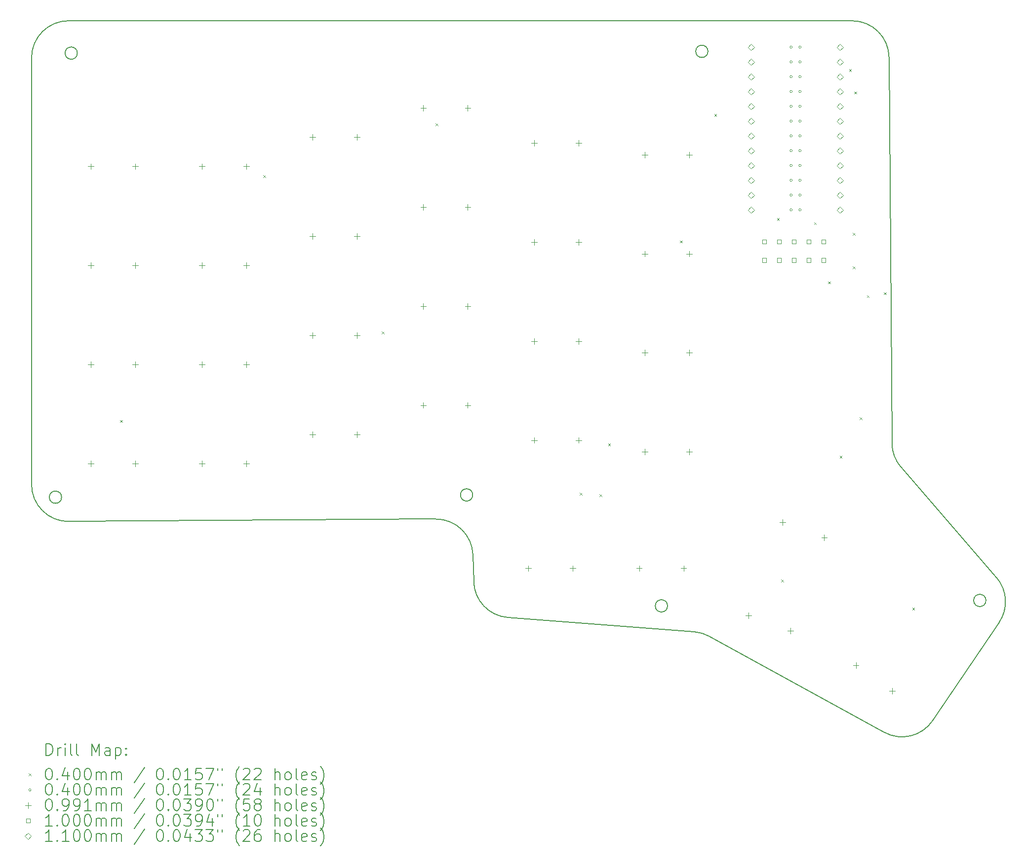
<source format=gbr>
%TF.GenerationSoftware,KiCad,Pcbnew,(6.0.9-0)*%
%TF.CreationDate,2023-01-27T10:49:09-06:00*%
%TF.ProjectId,boardv3,626f6172-6476-4332-9e6b-696361645f70,v1.0.0*%
%TF.SameCoordinates,Original*%
%TF.FileFunction,Drillmap*%
%TF.FilePolarity,Positive*%
%FSLAX45Y45*%
G04 Gerber Fmt 4.5, Leading zero omitted, Abs format (unit mm)*
G04 Created by KiCad (PCBNEW (6.0.9-0)) date 2023-01-27 10:49:09*
%MOMM*%
%LPD*%
G01*
G04 APERTURE LIST*
%ADD10C,0.150000*%
%ADD11C,0.200000*%
%ADD12C,0.040000*%
%ADD13C,0.099060*%
%ADD14C,0.100000*%
%ADD15C,0.110000*%
G04 APERTURE END LIST*
D10*
X10227121Y4859671D02*
G75*
G03*
X10227121Y4859671I-105000J0D01*
G01*
X6193121Y-2755329D02*
G75*
G03*
X6193121Y-2755329I-105000J0D01*
G01*
X5557991Y-3169436D02*
X-732674Y-3211096D01*
X6210844Y-4245181D02*
G75*
G03*
X6796850Y-4859077I634706J19231D01*
G01*
X-856879Y-2794829D02*
G75*
G03*
X-856879Y-2794829I-105000J0D01*
G01*
X-736879Y5384671D02*
G75*
G03*
X-1371879Y4749671I0J-635000D01*
G01*
X-736879Y5384671D02*
X12697861Y5384671D01*
X10248380Y-5181402D02*
G75*
G03*
X9991310Y-5104805I-305770J-556528D01*
G01*
X13537156Y-2278796D02*
X15175019Y-4172564D01*
X13332843Y4754429D02*
X13382464Y-1868165D01*
X-1371879Y-2576110D02*
G75*
G03*
X-732674Y-3211096I635000J0D01*
G01*
X15220697Y-4943737D02*
X14080595Y-6629184D01*
X15220696Y-4943736D02*
G75*
G03*
X15175019Y-4172564I-525966J355786D01*
G01*
X14994094Y-4566779D02*
G75*
G03*
X14994094Y-4566779I-105000J0D01*
G01*
X6196905Y-3785188D02*
G75*
G03*
X5557991Y-3169436I-634709J-19234D01*
G01*
X13248856Y-6829932D02*
X10248380Y-5181402D01*
X6210844Y-4245181D02*
X6196905Y-3785188D01*
X9534121Y-4660329D02*
G75*
G03*
X9534121Y-4660329I-105000J0D01*
G01*
X13382464Y-1868165D02*
G75*
G03*
X13537156Y-2278796I634976J4755D01*
G01*
X13332843Y4754429D02*
G75*
G03*
X12697861Y5384671I-634983J-4759D01*
G01*
X-586879Y4829671D02*
G75*
G03*
X-586879Y4829671I-105000J0D01*
G01*
X9991310Y-5104805D02*
X6796850Y-4859077D01*
X-1371879Y-2576110D02*
X-1371879Y4749671D01*
X13248857Y-6829929D02*
G75*
G03*
X14080595Y-6629184I305773J556529D01*
G01*
D11*
D12*
X147460Y-1468270D02*
X187460Y-1508270D01*
X187460Y-1468270D02*
X147460Y-1508270D01*
X2603210Y2734080D02*
X2643210Y2694080D01*
X2643210Y2734080D02*
X2603210Y2694080D01*
X4635620Y52830D02*
X4675620Y12830D01*
X4675620Y52830D02*
X4635620Y12830D01*
X5556470Y3623620D02*
X5596470Y3583620D01*
X5596470Y3623620D02*
X5556470Y3583620D01*
X8028410Y-2717820D02*
X8068410Y-2757820D01*
X8068410Y-2717820D02*
X8028410Y-2757820D01*
X8365160Y-2742930D02*
X8405160Y-2782930D01*
X8405160Y-2742930D02*
X8365160Y-2782930D01*
X8514380Y-1870390D02*
X8554380Y-1910390D01*
X8554380Y-1870390D02*
X8514380Y-1910390D01*
X9749200Y1612800D02*
X9789200Y1572800D01*
X9789200Y1612800D02*
X9749200Y1572800D01*
X10335620Y3786990D02*
X10375620Y3746990D01*
X10375620Y3786990D02*
X10335620Y3746990D01*
X11410000Y1997450D02*
X11450000Y1957450D01*
X11450000Y1997450D02*
X11410000Y1957450D01*
X11482830Y-4205630D02*
X11522830Y-4245630D01*
X11522830Y-4205630D02*
X11482830Y-4245630D01*
X12045000Y1925000D02*
X12085000Y1885000D01*
X12085000Y1925000D02*
X12045000Y1885000D01*
X12285070Y909000D02*
X12325070Y869000D01*
X12325070Y909000D02*
X12285070Y869000D01*
X12485820Y-2086150D02*
X12525820Y-2126150D01*
X12525820Y-2086150D02*
X12485820Y-2126150D01*
X12645420Y4557420D02*
X12685420Y4517420D01*
X12685420Y4557420D02*
X12645420Y4517420D01*
X12708120Y1741190D02*
X12748120Y1701190D01*
X12748120Y1741190D02*
X12708120Y1701190D01*
X12708120Y1169010D02*
X12748120Y1129010D01*
X12748120Y1169010D02*
X12708120Y1129010D01*
X12734580Y4168440D02*
X12774580Y4128440D01*
X12774580Y4168440D02*
X12734580Y4128440D01*
X12826800Y-1419700D02*
X12866800Y-1459700D01*
X12866800Y-1419700D02*
X12826800Y-1459700D01*
X12951300Y672300D02*
X12991300Y632300D01*
X12991300Y672300D02*
X12951300Y632300D01*
X13246000Y724000D02*
X13286000Y684000D01*
X13286000Y724000D02*
X13246000Y684000D01*
X13730800Y-4688840D02*
X13770800Y-4728840D01*
X13770800Y-4688840D02*
X13730800Y-4728840D01*
X11671920Y4931670D02*
G75*
G03*
X11671920Y4931670I-20000J0D01*
G01*
X11671920Y4677670D02*
G75*
G03*
X11671920Y4677670I-20000J0D01*
G01*
X11671920Y4423670D02*
G75*
G03*
X11671920Y4423670I-20000J0D01*
G01*
X11671920Y4169670D02*
G75*
G03*
X11671920Y4169670I-20000J0D01*
G01*
X11671920Y3915670D02*
G75*
G03*
X11671920Y3915670I-20000J0D01*
G01*
X11671920Y3661670D02*
G75*
G03*
X11671920Y3661670I-20000J0D01*
G01*
X11671920Y3407670D02*
G75*
G03*
X11671920Y3407670I-20000J0D01*
G01*
X11671920Y3153670D02*
G75*
G03*
X11671920Y3153670I-20000J0D01*
G01*
X11671920Y2899670D02*
G75*
G03*
X11671920Y2899670I-20000J0D01*
G01*
X11671920Y2645670D02*
G75*
G03*
X11671920Y2645670I-20000J0D01*
G01*
X11671920Y2391670D02*
G75*
G03*
X11671920Y2391670I-20000J0D01*
G01*
X11671920Y2137670D02*
G75*
G03*
X11671920Y2137670I-20000J0D01*
G01*
X11824320Y4931670D02*
G75*
G03*
X11824320Y4931670I-20000J0D01*
G01*
X11824320Y4677670D02*
G75*
G03*
X11824320Y4677670I-20000J0D01*
G01*
X11824320Y4423670D02*
G75*
G03*
X11824320Y4423670I-20000J0D01*
G01*
X11824320Y4169670D02*
G75*
G03*
X11824320Y4169670I-20000J0D01*
G01*
X11824320Y3915670D02*
G75*
G03*
X11824320Y3915670I-20000J0D01*
G01*
X11824320Y3661670D02*
G75*
G03*
X11824320Y3661670I-20000J0D01*
G01*
X11824320Y3407670D02*
G75*
G03*
X11824320Y3407670I-20000J0D01*
G01*
X11824320Y3153670D02*
G75*
G03*
X11824320Y3153670I-20000J0D01*
G01*
X11824320Y2899670D02*
G75*
G03*
X11824320Y2899670I-20000J0D01*
G01*
X11824320Y2645670D02*
G75*
G03*
X11824320Y2645670I-20000J0D01*
G01*
X11824320Y2391670D02*
G75*
G03*
X11824320Y2391670I-20000J0D01*
G01*
X11824320Y2137670D02*
G75*
G03*
X11824320Y2137670I-20000J0D01*
G01*
D13*
X-352880Y2934200D02*
X-352880Y2835140D01*
X-402410Y2884670D02*
X-303350Y2884670D01*
X-352880Y1234200D02*
X-352880Y1135140D01*
X-402410Y1184670D02*
X-303350Y1184670D01*
X-352880Y-465800D02*
X-352880Y-564860D01*
X-402410Y-515330D02*
X-303350Y-515330D01*
X-352880Y-2165800D02*
X-352880Y-2264860D01*
X-402410Y-2215330D02*
X-303350Y-2215330D01*
X409120Y2934200D02*
X409120Y2835140D01*
X359590Y2884670D02*
X458650Y2884670D01*
X409120Y1234200D02*
X409120Y1135140D01*
X359590Y1184670D02*
X458650Y1184670D01*
X409120Y-465800D02*
X409120Y-564860D01*
X359590Y-515330D02*
X458650Y-515330D01*
X409120Y-2165800D02*
X409120Y-2264860D01*
X359590Y-2215330D02*
X458650Y-2215330D01*
X1547120Y2934200D02*
X1547120Y2835140D01*
X1497590Y2884670D02*
X1596650Y2884670D01*
X1547120Y1234200D02*
X1547120Y1135140D01*
X1497590Y1184670D02*
X1596650Y1184670D01*
X1547120Y-465800D02*
X1547120Y-564860D01*
X1497590Y-515330D02*
X1596650Y-515330D01*
X1547120Y-2165800D02*
X1547120Y-2264860D01*
X1497590Y-2215330D02*
X1596650Y-2215330D01*
X2309120Y2934200D02*
X2309120Y2835140D01*
X2259590Y2884670D02*
X2358650Y2884670D01*
X2309120Y1234200D02*
X2309120Y1135140D01*
X2259590Y1184670D02*
X2358650Y1184670D01*
X2309120Y-465800D02*
X2309120Y-564860D01*
X2259590Y-515330D02*
X2358650Y-515330D01*
X2309120Y-2165800D02*
X2309120Y-2264860D01*
X2259590Y-2215330D02*
X2358650Y-2215330D01*
X3447120Y3434200D02*
X3447120Y3335140D01*
X3397590Y3384670D02*
X3496650Y3384670D01*
X3447120Y1734200D02*
X3447120Y1635140D01*
X3397590Y1684670D02*
X3496650Y1684670D01*
X3447120Y34200D02*
X3447120Y-64860D01*
X3397590Y-15330D02*
X3496650Y-15330D01*
X3447120Y-1665800D02*
X3447120Y-1764860D01*
X3397590Y-1715330D02*
X3496650Y-1715330D01*
X4209120Y3434200D02*
X4209120Y3335140D01*
X4159590Y3384670D02*
X4258650Y3384670D01*
X4209120Y1734200D02*
X4209120Y1635140D01*
X4159590Y1684670D02*
X4258650Y1684670D01*
X4209120Y34200D02*
X4209120Y-64860D01*
X4159590Y-15330D02*
X4258650Y-15330D01*
X4209120Y-1665800D02*
X4209120Y-1764860D01*
X4159590Y-1715330D02*
X4258650Y-1715330D01*
X5347120Y3934200D02*
X5347120Y3835140D01*
X5297590Y3884670D02*
X5396650Y3884670D01*
X5347120Y2234200D02*
X5347120Y2135140D01*
X5297590Y2184670D02*
X5396650Y2184670D01*
X5347120Y534200D02*
X5347120Y435140D01*
X5297590Y484670D02*
X5396650Y484670D01*
X5347120Y-1165800D02*
X5347120Y-1264860D01*
X5297590Y-1215330D02*
X5396650Y-1215330D01*
X6109120Y3934200D02*
X6109120Y3835140D01*
X6059590Y3884670D02*
X6158650Y3884670D01*
X6109120Y2234200D02*
X6109120Y2135140D01*
X6059590Y2184670D02*
X6158650Y2184670D01*
X6109120Y534200D02*
X6109120Y435140D01*
X6059590Y484670D02*
X6158650Y484670D01*
X6109120Y-1165800D02*
X6109120Y-1264860D01*
X6059590Y-1215330D02*
X6158650Y-1215330D01*
X7147120Y-3965800D02*
X7147120Y-4064860D01*
X7097590Y-4015330D02*
X7196650Y-4015330D01*
X7247120Y3334200D02*
X7247120Y3235140D01*
X7197590Y3284670D02*
X7296650Y3284670D01*
X7247120Y1634200D02*
X7247120Y1535140D01*
X7197590Y1584670D02*
X7296650Y1584670D01*
X7247120Y-65800D02*
X7247120Y-164860D01*
X7197590Y-115330D02*
X7296650Y-115330D01*
X7247120Y-1765800D02*
X7247120Y-1864860D01*
X7197590Y-1815330D02*
X7296650Y-1815330D01*
X7909120Y-3965800D02*
X7909120Y-4064860D01*
X7859590Y-4015330D02*
X7958650Y-4015330D01*
X8009120Y3334200D02*
X8009120Y3235140D01*
X7959590Y3284670D02*
X8058650Y3284670D01*
X8009120Y1634200D02*
X8009120Y1535140D01*
X7959590Y1584670D02*
X8058650Y1584670D01*
X8009120Y-65800D02*
X8009120Y-164860D01*
X7959590Y-115330D02*
X8058650Y-115330D01*
X8009120Y-1765800D02*
X8009120Y-1864860D01*
X7959590Y-1815330D02*
X8058650Y-1815330D01*
X9047120Y-3965800D02*
X9047120Y-4064860D01*
X8997590Y-4015330D02*
X9096650Y-4015330D01*
X9147120Y3134200D02*
X9147120Y3035140D01*
X9097590Y3084670D02*
X9196650Y3084670D01*
X9147120Y1434200D02*
X9147120Y1335140D01*
X9097590Y1384670D02*
X9196650Y1384670D01*
X9147120Y-265800D02*
X9147120Y-364860D01*
X9097590Y-315330D02*
X9196650Y-315330D01*
X9147120Y-1965800D02*
X9147120Y-2064860D01*
X9097590Y-2015330D02*
X9196650Y-2015330D01*
X9809120Y-3965800D02*
X9809120Y-4064860D01*
X9759590Y-4015330D02*
X9858650Y-4015330D01*
X9909120Y3134200D02*
X9909120Y3035140D01*
X9859590Y3084670D02*
X9958650Y3084670D01*
X9909120Y1434200D02*
X9909120Y1335140D01*
X9859590Y1384670D02*
X9958650Y1384670D01*
X9909120Y-265800D02*
X9909120Y-364860D01*
X9859590Y-315330D02*
X9958650Y-315330D01*
X9909120Y-1965800D02*
X9909120Y-2064860D01*
X9859590Y-2015330D02*
X9958650Y-2015330D01*
X10923627Y-4775050D02*
X10923627Y-4874110D01*
X10874097Y-4824580D02*
X10973157Y-4824580D01*
X11505067Y-3177580D02*
X11505067Y-3276640D01*
X11455537Y-3227110D02*
X11554597Y-3227110D01*
X11639673Y-5035670D02*
X11639673Y-5134730D01*
X11590143Y-5085200D02*
X11689203Y-5085200D01*
X12221113Y-3438200D02*
X12221113Y-3537260D01*
X12171583Y-3487730D02*
X12270643Y-3487730D01*
X12764343Y-5632177D02*
X12764343Y-5731237D01*
X12714813Y-5681707D02*
X12813873Y-5681707D01*
X13388537Y-6069243D02*
X13388537Y-6168303D01*
X13339007Y-6118773D02*
X13438067Y-6118773D01*
D14*
X11229476Y1239314D02*
X11229476Y1310026D01*
X11158764Y1310026D01*
X11158764Y1239314D01*
X11229476Y1239314D01*
X11231476Y1559314D02*
X11231476Y1630026D01*
X11160764Y1630026D01*
X11160764Y1559314D01*
X11231476Y1559314D01*
X11483476Y1239314D02*
X11483476Y1310026D01*
X11412764Y1310026D01*
X11412764Y1239314D01*
X11483476Y1239314D01*
X11485476Y1559314D02*
X11485476Y1630026D01*
X11414764Y1630026D01*
X11414764Y1559314D01*
X11485476Y1559314D01*
X11737476Y1239314D02*
X11737476Y1310026D01*
X11666764Y1310026D01*
X11666764Y1239314D01*
X11737476Y1239314D01*
X11739476Y1559314D02*
X11739476Y1630026D01*
X11668764Y1630026D01*
X11668764Y1559314D01*
X11739476Y1559314D01*
X11991476Y1239314D02*
X11991476Y1310026D01*
X11920764Y1310026D01*
X11920764Y1239314D01*
X11991476Y1239314D01*
X11993476Y1559314D02*
X11993476Y1630026D01*
X11922764Y1630026D01*
X11922764Y1559314D01*
X11993476Y1559314D01*
X12245476Y1239314D02*
X12245476Y1310026D01*
X12174764Y1310026D01*
X12174764Y1239314D01*
X12245476Y1239314D01*
X12247476Y1559314D02*
X12247476Y1630026D01*
X12176764Y1630026D01*
X12176764Y1559314D01*
X12247476Y1559314D01*
D15*
X10966120Y4876670D02*
X11021120Y4931670D01*
X10966120Y4986670D01*
X10911120Y4931670D01*
X10966120Y4876670D01*
X10966120Y4876670D02*
X11021120Y4931670D01*
X10966120Y4986670D01*
X10911120Y4931670D01*
X10966120Y4876670D01*
X10966120Y4622670D02*
X11021120Y4677670D01*
X10966120Y4732670D01*
X10911120Y4677670D01*
X10966120Y4622670D01*
X10966120Y4368670D02*
X11021120Y4423670D01*
X10966120Y4478670D01*
X10911120Y4423670D01*
X10966120Y4368670D01*
X10966120Y4114670D02*
X11021120Y4169670D01*
X10966120Y4224670D01*
X10911120Y4169670D01*
X10966120Y4114670D01*
X10966120Y3860670D02*
X11021120Y3915670D01*
X10966120Y3970670D01*
X10911120Y3915670D01*
X10966120Y3860670D01*
X10966120Y3606670D02*
X11021120Y3661670D01*
X10966120Y3716670D01*
X10911120Y3661670D01*
X10966120Y3606670D01*
X10966120Y3352670D02*
X11021120Y3407670D01*
X10966120Y3462670D01*
X10911120Y3407670D01*
X10966120Y3352670D01*
X10966120Y3098670D02*
X11021120Y3153670D01*
X10966120Y3208670D01*
X10911120Y3153670D01*
X10966120Y3098670D01*
X10966120Y2844670D02*
X11021120Y2899670D01*
X10966120Y2954670D01*
X10911120Y2899670D01*
X10966120Y2844670D01*
X10966120Y2590670D02*
X11021120Y2645670D01*
X10966120Y2700670D01*
X10911120Y2645670D01*
X10966120Y2590670D01*
X10966120Y2336670D02*
X11021120Y2391670D01*
X10966120Y2446670D01*
X10911120Y2391670D01*
X10966120Y2336670D01*
X10966120Y2082670D02*
X11021120Y2137670D01*
X10966120Y2192670D01*
X10911120Y2137670D01*
X10966120Y2082670D01*
X12490120Y4876670D02*
X12545120Y4931670D01*
X12490120Y4986670D01*
X12435120Y4931670D01*
X12490120Y4876670D01*
X12490120Y4876670D02*
X12545120Y4931670D01*
X12490120Y4986670D01*
X12435120Y4931670D01*
X12490120Y4876670D01*
X12490120Y4622670D02*
X12545120Y4677670D01*
X12490120Y4732670D01*
X12435120Y4677670D01*
X12490120Y4622670D01*
X12490120Y4368670D02*
X12545120Y4423670D01*
X12490120Y4478670D01*
X12435120Y4423670D01*
X12490120Y4368670D01*
X12490120Y4114670D02*
X12545120Y4169670D01*
X12490120Y4224670D01*
X12435120Y4169670D01*
X12490120Y4114670D01*
X12490120Y3860670D02*
X12545120Y3915670D01*
X12490120Y3970670D01*
X12435120Y3915670D01*
X12490120Y3860670D01*
X12490120Y3606670D02*
X12545120Y3661670D01*
X12490120Y3716670D01*
X12435120Y3661670D01*
X12490120Y3606670D01*
X12490120Y3352670D02*
X12545120Y3407670D01*
X12490120Y3462670D01*
X12435120Y3407670D01*
X12490120Y3352670D01*
X12490120Y3098670D02*
X12545120Y3153670D01*
X12490120Y3208670D01*
X12435120Y3153670D01*
X12490120Y3098670D01*
X12490120Y2844670D02*
X12545120Y2899670D01*
X12490120Y2954670D01*
X12435120Y2899670D01*
X12490120Y2844670D01*
X12490120Y2590670D02*
X12545120Y2645670D01*
X12490120Y2700670D01*
X12435120Y2645670D01*
X12490120Y2590670D01*
X12490120Y2336670D02*
X12545120Y2391670D01*
X12490120Y2446670D01*
X12435120Y2391670D01*
X12490120Y2336670D01*
X12490120Y2082670D02*
X12545120Y2137670D01*
X12490120Y2192670D01*
X12435120Y2137670D01*
X12490120Y2082670D01*
D11*
X-1121760Y-7226374D02*
X-1121760Y-7026374D01*
X-1074141Y-7026374D01*
X-1045569Y-7035898D01*
X-1026522Y-7054945D01*
X-1016998Y-7073993D01*
X-1007474Y-7112088D01*
X-1007474Y-7140659D01*
X-1016998Y-7178755D01*
X-1026522Y-7197802D01*
X-1045569Y-7216850D01*
X-1074141Y-7226374D01*
X-1121760Y-7226374D01*
X-921760Y-7226374D02*
X-921760Y-7093040D01*
X-921760Y-7131136D02*
X-912236Y-7112088D01*
X-902712Y-7102564D01*
X-883665Y-7093040D01*
X-864617Y-7093040D01*
X-797950Y-7226374D02*
X-797950Y-7093040D01*
X-797950Y-7026374D02*
X-807474Y-7035898D01*
X-797950Y-7045421D01*
X-788427Y-7035898D01*
X-797950Y-7026374D01*
X-797950Y-7045421D01*
X-674141Y-7226374D02*
X-693189Y-7216850D01*
X-702712Y-7197802D01*
X-702712Y-7026374D01*
X-569379Y-7226374D02*
X-588427Y-7216850D01*
X-597950Y-7197802D01*
X-597950Y-7026374D01*
X-340808Y-7226374D02*
X-340808Y-7026374D01*
X-274141Y-7169231D01*
X-207474Y-7026374D01*
X-207474Y-7226374D01*
X-26522Y-7226374D02*
X-26522Y-7121612D01*
X-36046Y-7102564D01*
X-55093Y-7093040D01*
X-93188Y-7093040D01*
X-112236Y-7102564D01*
X-26522Y-7216850D02*
X-45569Y-7226374D01*
X-93188Y-7226374D01*
X-112236Y-7216850D01*
X-121760Y-7197802D01*
X-121760Y-7178755D01*
X-112236Y-7159707D01*
X-93188Y-7150183D01*
X-45569Y-7150183D01*
X-26522Y-7140659D01*
X68716Y-7093040D02*
X68716Y-7293040D01*
X68716Y-7102564D02*
X87764Y-7093040D01*
X125859Y-7093040D01*
X144907Y-7102564D01*
X154431Y-7112088D01*
X163954Y-7131136D01*
X163954Y-7188278D01*
X154431Y-7207326D01*
X144907Y-7216850D01*
X125859Y-7226374D01*
X87764Y-7226374D01*
X68716Y-7216850D01*
X249669Y-7207326D02*
X259192Y-7216850D01*
X249669Y-7226374D01*
X240145Y-7216850D01*
X249669Y-7207326D01*
X249669Y-7226374D01*
X249669Y-7102564D02*
X259192Y-7112088D01*
X249669Y-7121612D01*
X240145Y-7112088D01*
X249669Y-7102564D01*
X249669Y-7121612D01*
D12*
X-1419379Y-7535898D02*
X-1379379Y-7575898D01*
X-1379379Y-7535898D02*
X-1419379Y-7575898D01*
D11*
X-1083665Y-7446374D02*
X-1064617Y-7446374D01*
X-1045569Y-7455898D01*
X-1036046Y-7465421D01*
X-1026522Y-7484469D01*
X-1016998Y-7522564D01*
X-1016998Y-7570183D01*
X-1026522Y-7608278D01*
X-1036046Y-7627326D01*
X-1045569Y-7636850D01*
X-1064617Y-7646374D01*
X-1083665Y-7646374D01*
X-1102712Y-7636850D01*
X-1112236Y-7627326D01*
X-1121760Y-7608278D01*
X-1131284Y-7570183D01*
X-1131284Y-7522564D01*
X-1121760Y-7484469D01*
X-1112236Y-7465421D01*
X-1102712Y-7455898D01*
X-1083665Y-7446374D01*
X-931284Y-7627326D02*
X-921760Y-7636850D01*
X-931284Y-7646374D01*
X-940807Y-7636850D01*
X-931284Y-7627326D01*
X-931284Y-7646374D01*
X-750331Y-7513040D02*
X-750331Y-7646374D01*
X-797950Y-7436850D02*
X-845569Y-7579707D01*
X-721760Y-7579707D01*
X-607474Y-7446374D02*
X-588427Y-7446374D01*
X-569379Y-7455898D01*
X-559855Y-7465421D01*
X-550331Y-7484469D01*
X-540808Y-7522564D01*
X-540808Y-7570183D01*
X-550331Y-7608278D01*
X-559855Y-7627326D01*
X-569379Y-7636850D01*
X-588427Y-7646374D01*
X-607474Y-7646374D01*
X-626522Y-7636850D01*
X-636046Y-7627326D01*
X-645569Y-7608278D01*
X-655093Y-7570183D01*
X-655093Y-7522564D01*
X-645569Y-7484469D01*
X-636046Y-7465421D01*
X-626522Y-7455898D01*
X-607474Y-7446374D01*
X-416998Y-7446374D02*
X-397950Y-7446374D01*
X-378903Y-7455898D01*
X-369379Y-7465421D01*
X-359855Y-7484469D01*
X-350331Y-7522564D01*
X-350331Y-7570183D01*
X-359855Y-7608278D01*
X-369379Y-7627326D01*
X-378903Y-7636850D01*
X-397950Y-7646374D01*
X-416998Y-7646374D01*
X-436046Y-7636850D01*
X-445569Y-7627326D01*
X-455093Y-7608278D01*
X-464617Y-7570183D01*
X-464617Y-7522564D01*
X-455093Y-7484469D01*
X-445569Y-7465421D01*
X-436046Y-7455898D01*
X-416998Y-7446374D01*
X-264617Y-7646374D02*
X-264617Y-7513040D01*
X-264617Y-7532088D02*
X-255093Y-7522564D01*
X-236046Y-7513040D01*
X-207474Y-7513040D01*
X-188427Y-7522564D01*
X-178903Y-7541612D01*
X-178903Y-7646374D01*
X-178903Y-7541612D02*
X-169379Y-7522564D01*
X-150331Y-7513040D01*
X-121760Y-7513040D01*
X-102712Y-7522564D01*
X-93188Y-7541612D01*
X-93188Y-7646374D01*
X2050Y-7646374D02*
X2050Y-7513040D01*
X2050Y-7532088D02*
X11573Y-7522564D01*
X30621Y-7513040D01*
X59192Y-7513040D01*
X78240Y-7522564D01*
X87764Y-7541612D01*
X87764Y-7646374D01*
X87764Y-7541612D02*
X97288Y-7522564D01*
X116335Y-7513040D01*
X144907Y-7513040D01*
X163954Y-7522564D01*
X173478Y-7541612D01*
X173478Y-7646374D01*
X563954Y-7436850D02*
X392526Y-7693993D01*
X821097Y-7446374D02*
X840145Y-7446374D01*
X859192Y-7455898D01*
X868716Y-7465421D01*
X878240Y-7484469D01*
X887764Y-7522564D01*
X887764Y-7570183D01*
X878240Y-7608278D01*
X868716Y-7627326D01*
X859192Y-7636850D01*
X840145Y-7646374D01*
X821097Y-7646374D01*
X802049Y-7636850D01*
X792526Y-7627326D01*
X783002Y-7608278D01*
X773478Y-7570183D01*
X773478Y-7522564D01*
X783002Y-7484469D01*
X792526Y-7465421D01*
X802049Y-7455898D01*
X821097Y-7446374D01*
X973478Y-7627326D02*
X983002Y-7636850D01*
X973478Y-7646374D01*
X963954Y-7636850D01*
X973478Y-7627326D01*
X973478Y-7646374D01*
X1106811Y-7446374D02*
X1125859Y-7446374D01*
X1144907Y-7455898D01*
X1154431Y-7465421D01*
X1163954Y-7484469D01*
X1173478Y-7522564D01*
X1173478Y-7570183D01*
X1163954Y-7608278D01*
X1154431Y-7627326D01*
X1144907Y-7636850D01*
X1125859Y-7646374D01*
X1106811Y-7646374D01*
X1087764Y-7636850D01*
X1078240Y-7627326D01*
X1068716Y-7608278D01*
X1059192Y-7570183D01*
X1059192Y-7522564D01*
X1068716Y-7484469D01*
X1078240Y-7465421D01*
X1087764Y-7455898D01*
X1106811Y-7446374D01*
X1363954Y-7646374D02*
X1249669Y-7646374D01*
X1306811Y-7646374D02*
X1306811Y-7446374D01*
X1287764Y-7474945D01*
X1268716Y-7493993D01*
X1249669Y-7503517D01*
X1544907Y-7446374D02*
X1449669Y-7446374D01*
X1440145Y-7541612D01*
X1449669Y-7532088D01*
X1468716Y-7522564D01*
X1516335Y-7522564D01*
X1535383Y-7532088D01*
X1544907Y-7541612D01*
X1554430Y-7560659D01*
X1554430Y-7608278D01*
X1544907Y-7627326D01*
X1535383Y-7636850D01*
X1516335Y-7646374D01*
X1468716Y-7646374D01*
X1449669Y-7636850D01*
X1440145Y-7627326D01*
X1621097Y-7446374D02*
X1754430Y-7446374D01*
X1668716Y-7646374D01*
X1821097Y-7446374D02*
X1821097Y-7484469D01*
X1897288Y-7446374D02*
X1897288Y-7484469D01*
X2192526Y-7722564D02*
X2183002Y-7713040D01*
X2163954Y-7684469D01*
X2154431Y-7665421D01*
X2144907Y-7636850D01*
X2135383Y-7589231D01*
X2135383Y-7551136D01*
X2144907Y-7503517D01*
X2154431Y-7474945D01*
X2163954Y-7455898D01*
X2183002Y-7427326D01*
X2192526Y-7417802D01*
X2259192Y-7465421D02*
X2268716Y-7455898D01*
X2287764Y-7446374D01*
X2335383Y-7446374D01*
X2354431Y-7455898D01*
X2363954Y-7465421D01*
X2373478Y-7484469D01*
X2373478Y-7503517D01*
X2363954Y-7532088D01*
X2249669Y-7646374D01*
X2373478Y-7646374D01*
X2449669Y-7465421D02*
X2459192Y-7455898D01*
X2478240Y-7446374D01*
X2525859Y-7446374D01*
X2544907Y-7455898D01*
X2554431Y-7465421D01*
X2563954Y-7484469D01*
X2563954Y-7503517D01*
X2554431Y-7532088D01*
X2440145Y-7646374D01*
X2563954Y-7646374D01*
X2802049Y-7646374D02*
X2802049Y-7446374D01*
X2887764Y-7646374D02*
X2887764Y-7541612D01*
X2878240Y-7522564D01*
X2859192Y-7513040D01*
X2830621Y-7513040D01*
X2811573Y-7522564D01*
X2802049Y-7532088D01*
X3011573Y-7646374D02*
X2992526Y-7636850D01*
X2983002Y-7627326D01*
X2973478Y-7608278D01*
X2973478Y-7551136D01*
X2983002Y-7532088D01*
X2992526Y-7522564D01*
X3011573Y-7513040D01*
X3040145Y-7513040D01*
X3059192Y-7522564D01*
X3068716Y-7532088D01*
X3078240Y-7551136D01*
X3078240Y-7608278D01*
X3068716Y-7627326D01*
X3059192Y-7636850D01*
X3040145Y-7646374D01*
X3011573Y-7646374D01*
X3192526Y-7646374D02*
X3173478Y-7636850D01*
X3163954Y-7617802D01*
X3163954Y-7446374D01*
X3344907Y-7636850D02*
X3325859Y-7646374D01*
X3287764Y-7646374D01*
X3268716Y-7636850D01*
X3259192Y-7617802D01*
X3259192Y-7541612D01*
X3268716Y-7522564D01*
X3287764Y-7513040D01*
X3325859Y-7513040D01*
X3344907Y-7522564D01*
X3354430Y-7541612D01*
X3354430Y-7560659D01*
X3259192Y-7579707D01*
X3430621Y-7636850D02*
X3449669Y-7646374D01*
X3487764Y-7646374D01*
X3506811Y-7636850D01*
X3516335Y-7617802D01*
X3516335Y-7608278D01*
X3506811Y-7589231D01*
X3487764Y-7579707D01*
X3459192Y-7579707D01*
X3440145Y-7570183D01*
X3430621Y-7551136D01*
X3430621Y-7541612D01*
X3440145Y-7522564D01*
X3459192Y-7513040D01*
X3487764Y-7513040D01*
X3506811Y-7522564D01*
X3583002Y-7722564D02*
X3592526Y-7713040D01*
X3611573Y-7684469D01*
X3621097Y-7665421D01*
X3630621Y-7636850D01*
X3640145Y-7589231D01*
X3640145Y-7551136D01*
X3630621Y-7503517D01*
X3621097Y-7474945D01*
X3611573Y-7455898D01*
X3592526Y-7427326D01*
X3583002Y-7417802D01*
D12*
X-1379379Y-7819898D02*
G75*
G03*
X-1379379Y-7819898I-20000J0D01*
G01*
D11*
X-1083665Y-7710374D02*
X-1064617Y-7710374D01*
X-1045569Y-7719898D01*
X-1036046Y-7729421D01*
X-1026522Y-7748469D01*
X-1016998Y-7786564D01*
X-1016998Y-7834183D01*
X-1026522Y-7872278D01*
X-1036046Y-7891326D01*
X-1045569Y-7900850D01*
X-1064617Y-7910374D01*
X-1083665Y-7910374D01*
X-1102712Y-7900850D01*
X-1112236Y-7891326D01*
X-1121760Y-7872278D01*
X-1131284Y-7834183D01*
X-1131284Y-7786564D01*
X-1121760Y-7748469D01*
X-1112236Y-7729421D01*
X-1102712Y-7719898D01*
X-1083665Y-7710374D01*
X-931284Y-7891326D02*
X-921760Y-7900850D01*
X-931284Y-7910374D01*
X-940807Y-7900850D01*
X-931284Y-7891326D01*
X-931284Y-7910374D01*
X-750331Y-7777040D02*
X-750331Y-7910374D01*
X-797950Y-7700850D02*
X-845569Y-7843707D01*
X-721760Y-7843707D01*
X-607474Y-7710374D02*
X-588427Y-7710374D01*
X-569379Y-7719898D01*
X-559855Y-7729421D01*
X-550331Y-7748469D01*
X-540808Y-7786564D01*
X-540808Y-7834183D01*
X-550331Y-7872278D01*
X-559855Y-7891326D01*
X-569379Y-7900850D01*
X-588427Y-7910374D01*
X-607474Y-7910374D01*
X-626522Y-7900850D01*
X-636046Y-7891326D01*
X-645569Y-7872278D01*
X-655093Y-7834183D01*
X-655093Y-7786564D01*
X-645569Y-7748469D01*
X-636046Y-7729421D01*
X-626522Y-7719898D01*
X-607474Y-7710374D01*
X-416998Y-7710374D02*
X-397950Y-7710374D01*
X-378903Y-7719898D01*
X-369379Y-7729421D01*
X-359855Y-7748469D01*
X-350331Y-7786564D01*
X-350331Y-7834183D01*
X-359855Y-7872278D01*
X-369379Y-7891326D01*
X-378903Y-7900850D01*
X-397950Y-7910374D01*
X-416998Y-7910374D01*
X-436046Y-7900850D01*
X-445569Y-7891326D01*
X-455093Y-7872278D01*
X-464617Y-7834183D01*
X-464617Y-7786564D01*
X-455093Y-7748469D01*
X-445569Y-7729421D01*
X-436046Y-7719898D01*
X-416998Y-7710374D01*
X-264617Y-7910374D02*
X-264617Y-7777040D01*
X-264617Y-7796088D02*
X-255093Y-7786564D01*
X-236046Y-7777040D01*
X-207474Y-7777040D01*
X-188427Y-7786564D01*
X-178903Y-7805612D01*
X-178903Y-7910374D01*
X-178903Y-7805612D02*
X-169379Y-7786564D01*
X-150331Y-7777040D01*
X-121760Y-7777040D01*
X-102712Y-7786564D01*
X-93188Y-7805612D01*
X-93188Y-7910374D01*
X2050Y-7910374D02*
X2050Y-7777040D01*
X2050Y-7796088D02*
X11573Y-7786564D01*
X30621Y-7777040D01*
X59192Y-7777040D01*
X78240Y-7786564D01*
X87764Y-7805612D01*
X87764Y-7910374D01*
X87764Y-7805612D02*
X97288Y-7786564D01*
X116335Y-7777040D01*
X144907Y-7777040D01*
X163954Y-7786564D01*
X173478Y-7805612D01*
X173478Y-7910374D01*
X563954Y-7700850D02*
X392526Y-7957993D01*
X821097Y-7710374D02*
X840145Y-7710374D01*
X859192Y-7719898D01*
X868716Y-7729421D01*
X878240Y-7748469D01*
X887764Y-7786564D01*
X887764Y-7834183D01*
X878240Y-7872278D01*
X868716Y-7891326D01*
X859192Y-7900850D01*
X840145Y-7910374D01*
X821097Y-7910374D01*
X802049Y-7900850D01*
X792526Y-7891326D01*
X783002Y-7872278D01*
X773478Y-7834183D01*
X773478Y-7786564D01*
X783002Y-7748469D01*
X792526Y-7729421D01*
X802049Y-7719898D01*
X821097Y-7710374D01*
X973478Y-7891326D02*
X983002Y-7900850D01*
X973478Y-7910374D01*
X963954Y-7900850D01*
X973478Y-7891326D01*
X973478Y-7910374D01*
X1106811Y-7710374D02*
X1125859Y-7710374D01*
X1144907Y-7719898D01*
X1154431Y-7729421D01*
X1163954Y-7748469D01*
X1173478Y-7786564D01*
X1173478Y-7834183D01*
X1163954Y-7872278D01*
X1154431Y-7891326D01*
X1144907Y-7900850D01*
X1125859Y-7910374D01*
X1106811Y-7910374D01*
X1087764Y-7900850D01*
X1078240Y-7891326D01*
X1068716Y-7872278D01*
X1059192Y-7834183D01*
X1059192Y-7786564D01*
X1068716Y-7748469D01*
X1078240Y-7729421D01*
X1087764Y-7719898D01*
X1106811Y-7710374D01*
X1363954Y-7910374D02*
X1249669Y-7910374D01*
X1306811Y-7910374D02*
X1306811Y-7710374D01*
X1287764Y-7738945D01*
X1268716Y-7757993D01*
X1249669Y-7767517D01*
X1544907Y-7710374D02*
X1449669Y-7710374D01*
X1440145Y-7805612D01*
X1449669Y-7796088D01*
X1468716Y-7786564D01*
X1516335Y-7786564D01*
X1535383Y-7796088D01*
X1544907Y-7805612D01*
X1554430Y-7824659D01*
X1554430Y-7872278D01*
X1544907Y-7891326D01*
X1535383Y-7900850D01*
X1516335Y-7910374D01*
X1468716Y-7910374D01*
X1449669Y-7900850D01*
X1440145Y-7891326D01*
X1621097Y-7710374D02*
X1754430Y-7710374D01*
X1668716Y-7910374D01*
X1821097Y-7710374D02*
X1821097Y-7748469D01*
X1897288Y-7710374D02*
X1897288Y-7748469D01*
X2192526Y-7986564D02*
X2183002Y-7977040D01*
X2163954Y-7948469D01*
X2154431Y-7929421D01*
X2144907Y-7900850D01*
X2135383Y-7853231D01*
X2135383Y-7815136D01*
X2144907Y-7767517D01*
X2154431Y-7738945D01*
X2163954Y-7719898D01*
X2183002Y-7691326D01*
X2192526Y-7681802D01*
X2259192Y-7729421D02*
X2268716Y-7719898D01*
X2287764Y-7710374D01*
X2335383Y-7710374D01*
X2354431Y-7719898D01*
X2363954Y-7729421D01*
X2373478Y-7748469D01*
X2373478Y-7767517D01*
X2363954Y-7796088D01*
X2249669Y-7910374D01*
X2373478Y-7910374D01*
X2544907Y-7777040D02*
X2544907Y-7910374D01*
X2497288Y-7700850D02*
X2449669Y-7843707D01*
X2573478Y-7843707D01*
X2802049Y-7910374D02*
X2802049Y-7710374D01*
X2887764Y-7910374D02*
X2887764Y-7805612D01*
X2878240Y-7786564D01*
X2859192Y-7777040D01*
X2830621Y-7777040D01*
X2811573Y-7786564D01*
X2802049Y-7796088D01*
X3011573Y-7910374D02*
X2992526Y-7900850D01*
X2983002Y-7891326D01*
X2973478Y-7872278D01*
X2973478Y-7815136D01*
X2983002Y-7796088D01*
X2992526Y-7786564D01*
X3011573Y-7777040D01*
X3040145Y-7777040D01*
X3059192Y-7786564D01*
X3068716Y-7796088D01*
X3078240Y-7815136D01*
X3078240Y-7872278D01*
X3068716Y-7891326D01*
X3059192Y-7900850D01*
X3040145Y-7910374D01*
X3011573Y-7910374D01*
X3192526Y-7910374D02*
X3173478Y-7900850D01*
X3163954Y-7881802D01*
X3163954Y-7710374D01*
X3344907Y-7900850D02*
X3325859Y-7910374D01*
X3287764Y-7910374D01*
X3268716Y-7900850D01*
X3259192Y-7881802D01*
X3259192Y-7805612D01*
X3268716Y-7786564D01*
X3287764Y-7777040D01*
X3325859Y-7777040D01*
X3344907Y-7786564D01*
X3354430Y-7805612D01*
X3354430Y-7824659D01*
X3259192Y-7843707D01*
X3430621Y-7900850D02*
X3449669Y-7910374D01*
X3487764Y-7910374D01*
X3506811Y-7900850D01*
X3516335Y-7881802D01*
X3516335Y-7872278D01*
X3506811Y-7853231D01*
X3487764Y-7843707D01*
X3459192Y-7843707D01*
X3440145Y-7834183D01*
X3430621Y-7815136D01*
X3430621Y-7805612D01*
X3440145Y-7786564D01*
X3459192Y-7777040D01*
X3487764Y-7777040D01*
X3506811Y-7786564D01*
X3583002Y-7986564D02*
X3592526Y-7977040D01*
X3611573Y-7948469D01*
X3621097Y-7929421D01*
X3630621Y-7900850D01*
X3640145Y-7853231D01*
X3640145Y-7815136D01*
X3630621Y-7767517D01*
X3621097Y-7738945D01*
X3611573Y-7719898D01*
X3592526Y-7691326D01*
X3583002Y-7681802D01*
D13*
X-1428909Y-8034368D02*
X-1428909Y-8133428D01*
X-1478439Y-8083898D02*
X-1379379Y-8083898D01*
D11*
X-1083665Y-7974374D02*
X-1064617Y-7974374D01*
X-1045569Y-7983898D01*
X-1036046Y-7993421D01*
X-1026522Y-8012469D01*
X-1016998Y-8050564D01*
X-1016998Y-8098183D01*
X-1026522Y-8136278D01*
X-1036046Y-8155326D01*
X-1045569Y-8164850D01*
X-1064617Y-8174374D01*
X-1083665Y-8174374D01*
X-1102712Y-8164850D01*
X-1112236Y-8155326D01*
X-1121760Y-8136278D01*
X-1131284Y-8098183D01*
X-1131284Y-8050564D01*
X-1121760Y-8012469D01*
X-1112236Y-7993421D01*
X-1102712Y-7983898D01*
X-1083665Y-7974374D01*
X-931284Y-8155326D02*
X-921760Y-8164850D01*
X-931284Y-8174374D01*
X-940807Y-8164850D01*
X-931284Y-8155326D01*
X-931284Y-8174374D01*
X-826522Y-8174374D02*
X-788427Y-8174374D01*
X-769379Y-8164850D01*
X-759855Y-8155326D01*
X-740807Y-8126755D01*
X-731284Y-8088659D01*
X-731284Y-8012469D01*
X-740807Y-7993421D01*
X-750331Y-7983898D01*
X-769379Y-7974374D01*
X-807474Y-7974374D01*
X-826522Y-7983898D01*
X-836046Y-7993421D01*
X-845569Y-8012469D01*
X-845569Y-8060088D01*
X-836046Y-8079136D01*
X-826522Y-8088659D01*
X-807474Y-8098183D01*
X-769379Y-8098183D01*
X-750331Y-8088659D01*
X-740807Y-8079136D01*
X-731284Y-8060088D01*
X-636046Y-8174374D02*
X-597950Y-8174374D01*
X-578903Y-8164850D01*
X-569379Y-8155326D01*
X-550331Y-8126755D01*
X-540808Y-8088659D01*
X-540808Y-8012469D01*
X-550331Y-7993421D01*
X-559855Y-7983898D01*
X-578903Y-7974374D01*
X-616998Y-7974374D01*
X-636046Y-7983898D01*
X-645569Y-7993421D01*
X-655093Y-8012469D01*
X-655093Y-8060088D01*
X-645569Y-8079136D01*
X-636046Y-8088659D01*
X-616998Y-8098183D01*
X-578903Y-8098183D01*
X-559855Y-8088659D01*
X-550331Y-8079136D01*
X-540808Y-8060088D01*
X-350331Y-8174374D02*
X-464617Y-8174374D01*
X-407474Y-8174374D02*
X-407474Y-7974374D01*
X-426522Y-8002945D01*
X-445569Y-8021993D01*
X-464617Y-8031517D01*
X-264617Y-8174374D02*
X-264617Y-8041040D01*
X-264617Y-8060088D02*
X-255093Y-8050564D01*
X-236046Y-8041040D01*
X-207474Y-8041040D01*
X-188427Y-8050564D01*
X-178903Y-8069612D01*
X-178903Y-8174374D01*
X-178903Y-8069612D02*
X-169379Y-8050564D01*
X-150331Y-8041040D01*
X-121760Y-8041040D01*
X-102712Y-8050564D01*
X-93188Y-8069612D01*
X-93188Y-8174374D01*
X2050Y-8174374D02*
X2050Y-8041040D01*
X2050Y-8060088D02*
X11573Y-8050564D01*
X30621Y-8041040D01*
X59192Y-8041040D01*
X78240Y-8050564D01*
X87764Y-8069612D01*
X87764Y-8174374D01*
X87764Y-8069612D02*
X97288Y-8050564D01*
X116335Y-8041040D01*
X144907Y-8041040D01*
X163954Y-8050564D01*
X173478Y-8069612D01*
X173478Y-8174374D01*
X563954Y-7964850D02*
X392526Y-8221993D01*
X821097Y-7974374D02*
X840145Y-7974374D01*
X859192Y-7983898D01*
X868716Y-7993421D01*
X878240Y-8012469D01*
X887764Y-8050564D01*
X887764Y-8098183D01*
X878240Y-8136278D01*
X868716Y-8155326D01*
X859192Y-8164850D01*
X840145Y-8174374D01*
X821097Y-8174374D01*
X802049Y-8164850D01*
X792526Y-8155326D01*
X783002Y-8136278D01*
X773478Y-8098183D01*
X773478Y-8050564D01*
X783002Y-8012469D01*
X792526Y-7993421D01*
X802049Y-7983898D01*
X821097Y-7974374D01*
X973478Y-8155326D02*
X983002Y-8164850D01*
X973478Y-8174374D01*
X963954Y-8164850D01*
X973478Y-8155326D01*
X973478Y-8174374D01*
X1106811Y-7974374D02*
X1125859Y-7974374D01*
X1144907Y-7983898D01*
X1154431Y-7993421D01*
X1163954Y-8012469D01*
X1173478Y-8050564D01*
X1173478Y-8098183D01*
X1163954Y-8136278D01*
X1154431Y-8155326D01*
X1144907Y-8164850D01*
X1125859Y-8174374D01*
X1106811Y-8174374D01*
X1087764Y-8164850D01*
X1078240Y-8155326D01*
X1068716Y-8136278D01*
X1059192Y-8098183D01*
X1059192Y-8050564D01*
X1068716Y-8012469D01*
X1078240Y-7993421D01*
X1087764Y-7983898D01*
X1106811Y-7974374D01*
X1240145Y-7974374D02*
X1363954Y-7974374D01*
X1297288Y-8050564D01*
X1325859Y-8050564D01*
X1344907Y-8060088D01*
X1354431Y-8069612D01*
X1363954Y-8088659D01*
X1363954Y-8136278D01*
X1354431Y-8155326D01*
X1344907Y-8164850D01*
X1325859Y-8174374D01*
X1268716Y-8174374D01*
X1249669Y-8164850D01*
X1240145Y-8155326D01*
X1459192Y-8174374D02*
X1497288Y-8174374D01*
X1516335Y-8164850D01*
X1525859Y-8155326D01*
X1544907Y-8126755D01*
X1554430Y-8088659D01*
X1554430Y-8012469D01*
X1544907Y-7993421D01*
X1535383Y-7983898D01*
X1516335Y-7974374D01*
X1478240Y-7974374D01*
X1459192Y-7983898D01*
X1449669Y-7993421D01*
X1440145Y-8012469D01*
X1440145Y-8060088D01*
X1449669Y-8079136D01*
X1459192Y-8088659D01*
X1478240Y-8098183D01*
X1516335Y-8098183D01*
X1535383Y-8088659D01*
X1544907Y-8079136D01*
X1554430Y-8060088D01*
X1678240Y-7974374D02*
X1697288Y-7974374D01*
X1716335Y-7983898D01*
X1725859Y-7993421D01*
X1735383Y-8012469D01*
X1744907Y-8050564D01*
X1744907Y-8098183D01*
X1735383Y-8136278D01*
X1725859Y-8155326D01*
X1716335Y-8164850D01*
X1697288Y-8174374D01*
X1678240Y-8174374D01*
X1659192Y-8164850D01*
X1649669Y-8155326D01*
X1640145Y-8136278D01*
X1630621Y-8098183D01*
X1630621Y-8050564D01*
X1640145Y-8012469D01*
X1649669Y-7993421D01*
X1659192Y-7983898D01*
X1678240Y-7974374D01*
X1821097Y-7974374D02*
X1821097Y-8012469D01*
X1897288Y-7974374D02*
X1897288Y-8012469D01*
X2192526Y-8250564D02*
X2183002Y-8241040D01*
X2163954Y-8212469D01*
X2154431Y-8193421D01*
X2144907Y-8164850D01*
X2135383Y-8117231D01*
X2135383Y-8079136D01*
X2144907Y-8031517D01*
X2154431Y-8002945D01*
X2163954Y-7983898D01*
X2183002Y-7955326D01*
X2192526Y-7945802D01*
X2363954Y-7974374D02*
X2268716Y-7974374D01*
X2259192Y-8069612D01*
X2268716Y-8060088D01*
X2287764Y-8050564D01*
X2335383Y-8050564D01*
X2354431Y-8060088D01*
X2363954Y-8069612D01*
X2373478Y-8088659D01*
X2373478Y-8136278D01*
X2363954Y-8155326D01*
X2354431Y-8164850D01*
X2335383Y-8174374D01*
X2287764Y-8174374D01*
X2268716Y-8164850D01*
X2259192Y-8155326D01*
X2487764Y-8060088D02*
X2468716Y-8050564D01*
X2459192Y-8041040D01*
X2449669Y-8021993D01*
X2449669Y-8012469D01*
X2459192Y-7993421D01*
X2468716Y-7983898D01*
X2487764Y-7974374D01*
X2525859Y-7974374D01*
X2544907Y-7983898D01*
X2554431Y-7993421D01*
X2563954Y-8012469D01*
X2563954Y-8021993D01*
X2554431Y-8041040D01*
X2544907Y-8050564D01*
X2525859Y-8060088D01*
X2487764Y-8060088D01*
X2468716Y-8069612D01*
X2459192Y-8079136D01*
X2449669Y-8098183D01*
X2449669Y-8136278D01*
X2459192Y-8155326D01*
X2468716Y-8164850D01*
X2487764Y-8174374D01*
X2525859Y-8174374D01*
X2544907Y-8164850D01*
X2554431Y-8155326D01*
X2563954Y-8136278D01*
X2563954Y-8098183D01*
X2554431Y-8079136D01*
X2544907Y-8069612D01*
X2525859Y-8060088D01*
X2802049Y-8174374D02*
X2802049Y-7974374D01*
X2887764Y-8174374D02*
X2887764Y-8069612D01*
X2878240Y-8050564D01*
X2859192Y-8041040D01*
X2830621Y-8041040D01*
X2811573Y-8050564D01*
X2802049Y-8060088D01*
X3011573Y-8174374D02*
X2992526Y-8164850D01*
X2983002Y-8155326D01*
X2973478Y-8136278D01*
X2973478Y-8079136D01*
X2983002Y-8060088D01*
X2992526Y-8050564D01*
X3011573Y-8041040D01*
X3040145Y-8041040D01*
X3059192Y-8050564D01*
X3068716Y-8060088D01*
X3078240Y-8079136D01*
X3078240Y-8136278D01*
X3068716Y-8155326D01*
X3059192Y-8164850D01*
X3040145Y-8174374D01*
X3011573Y-8174374D01*
X3192526Y-8174374D02*
X3173478Y-8164850D01*
X3163954Y-8145802D01*
X3163954Y-7974374D01*
X3344907Y-8164850D02*
X3325859Y-8174374D01*
X3287764Y-8174374D01*
X3268716Y-8164850D01*
X3259192Y-8145802D01*
X3259192Y-8069612D01*
X3268716Y-8050564D01*
X3287764Y-8041040D01*
X3325859Y-8041040D01*
X3344907Y-8050564D01*
X3354430Y-8069612D01*
X3354430Y-8088659D01*
X3259192Y-8107707D01*
X3430621Y-8164850D02*
X3449669Y-8174374D01*
X3487764Y-8174374D01*
X3506811Y-8164850D01*
X3516335Y-8145802D01*
X3516335Y-8136278D01*
X3506811Y-8117231D01*
X3487764Y-8107707D01*
X3459192Y-8107707D01*
X3440145Y-8098183D01*
X3430621Y-8079136D01*
X3430621Y-8069612D01*
X3440145Y-8050564D01*
X3459192Y-8041040D01*
X3487764Y-8041040D01*
X3506811Y-8050564D01*
X3583002Y-8250564D02*
X3592526Y-8241040D01*
X3611573Y-8212469D01*
X3621097Y-8193421D01*
X3630621Y-8164850D01*
X3640145Y-8117231D01*
X3640145Y-8079136D01*
X3630621Y-8031517D01*
X3621097Y-8002945D01*
X3611573Y-7983898D01*
X3592526Y-7955326D01*
X3583002Y-7945802D01*
D14*
X-1394023Y-8383253D02*
X-1394023Y-8312542D01*
X-1464735Y-8312542D01*
X-1464735Y-8383253D01*
X-1394023Y-8383253D01*
D11*
X-1016998Y-8438374D02*
X-1131284Y-8438374D01*
X-1074141Y-8438374D02*
X-1074141Y-8238374D01*
X-1093189Y-8266945D01*
X-1112236Y-8285993D01*
X-1131284Y-8295517D01*
X-931284Y-8419326D02*
X-921760Y-8428850D01*
X-931284Y-8438374D01*
X-940807Y-8428850D01*
X-931284Y-8419326D01*
X-931284Y-8438374D01*
X-797950Y-8238374D02*
X-778903Y-8238374D01*
X-759855Y-8247898D01*
X-750331Y-8257421D01*
X-740807Y-8276469D01*
X-731284Y-8314564D01*
X-731284Y-8362183D01*
X-740807Y-8400279D01*
X-750331Y-8419326D01*
X-759855Y-8428850D01*
X-778903Y-8438374D01*
X-797950Y-8438374D01*
X-816998Y-8428850D01*
X-826522Y-8419326D01*
X-836046Y-8400279D01*
X-845569Y-8362183D01*
X-845569Y-8314564D01*
X-836046Y-8276469D01*
X-826522Y-8257421D01*
X-816998Y-8247898D01*
X-797950Y-8238374D01*
X-607474Y-8238374D02*
X-588427Y-8238374D01*
X-569379Y-8247898D01*
X-559855Y-8257421D01*
X-550331Y-8276469D01*
X-540808Y-8314564D01*
X-540808Y-8362183D01*
X-550331Y-8400279D01*
X-559855Y-8419326D01*
X-569379Y-8428850D01*
X-588427Y-8438374D01*
X-607474Y-8438374D01*
X-626522Y-8428850D01*
X-636046Y-8419326D01*
X-645569Y-8400279D01*
X-655093Y-8362183D01*
X-655093Y-8314564D01*
X-645569Y-8276469D01*
X-636046Y-8257421D01*
X-626522Y-8247898D01*
X-607474Y-8238374D01*
X-416998Y-8238374D02*
X-397950Y-8238374D01*
X-378903Y-8247898D01*
X-369379Y-8257421D01*
X-359855Y-8276469D01*
X-350331Y-8314564D01*
X-350331Y-8362183D01*
X-359855Y-8400279D01*
X-369379Y-8419326D01*
X-378903Y-8428850D01*
X-397950Y-8438374D01*
X-416998Y-8438374D01*
X-436046Y-8428850D01*
X-445569Y-8419326D01*
X-455093Y-8400279D01*
X-464617Y-8362183D01*
X-464617Y-8314564D01*
X-455093Y-8276469D01*
X-445569Y-8257421D01*
X-436046Y-8247898D01*
X-416998Y-8238374D01*
X-264617Y-8438374D02*
X-264617Y-8305040D01*
X-264617Y-8324088D02*
X-255093Y-8314564D01*
X-236046Y-8305040D01*
X-207474Y-8305040D01*
X-188427Y-8314564D01*
X-178903Y-8333612D01*
X-178903Y-8438374D01*
X-178903Y-8333612D02*
X-169379Y-8314564D01*
X-150331Y-8305040D01*
X-121760Y-8305040D01*
X-102712Y-8314564D01*
X-93188Y-8333612D01*
X-93188Y-8438374D01*
X2050Y-8438374D02*
X2050Y-8305040D01*
X2050Y-8324088D02*
X11573Y-8314564D01*
X30621Y-8305040D01*
X59192Y-8305040D01*
X78240Y-8314564D01*
X87764Y-8333612D01*
X87764Y-8438374D01*
X87764Y-8333612D02*
X97288Y-8314564D01*
X116335Y-8305040D01*
X144907Y-8305040D01*
X163954Y-8314564D01*
X173478Y-8333612D01*
X173478Y-8438374D01*
X563954Y-8228850D02*
X392526Y-8485993D01*
X821097Y-8238374D02*
X840145Y-8238374D01*
X859192Y-8247898D01*
X868716Y-8257421D01*
X878240Y-8276469D01*
X887764Y-8314564D01*
X887764Y-8362183D01*
X878240Y-8400279D01*
X868716Y-8419326D01*
X859192Y-8428850D01*
X840145Y-8438374D01*
X821097Y-8438374D01*
X802049Y-8428850D01*
X792526Y-8419326D01*
X783002Y-8400279D01*
X773478Y-8362183D01*
X773478Y-8314564D01*
X783002Y-8276469D01*
X792526Y-8257421D01*
X802049Y-8247898D01*
X821097Y-8238374D01*
X973478Y-8419326D02*
X983002Y-8428850D01*
X973478Y-8438374D01*
X963954Y-8428850D01*
X973478Y-8419326D01*
X973478Y-8438374D01*
X1106811Y-8238374D02*
X1125859Y-8238374D01*
X1144907Y-8247898D01*
X1154431Y-8257421D01*
X1163954Y-8276469D01*
X1173478Y-8314564D01*
X1173478Y-8362183D01*
X1163954Y-8400279D01*
X1154431Y-8419326D01*
X1144907Y-8428850D01*
X1125859Y-8438374D01*
X1106811Y-8438374D01*
X1087764Y-8428850D01*
X1078240Y-8419326D01*
X1068716Y-8400279D01*
X1059192Y-8362183D01*
X1059192Y-8314564D01*
X1068716Y-8276469D01*
X1078240Y-8257421D01*
X1087764Y-8247898D01*
X1106811Y-8238374D01*
X1240145Y-8238374D02*
X1363954Y-8238374D01*
X1297288Y-8314564D01*
X1325859Y-8314564D01*
X1344907Y-8324088D01*
X1354431Y-8333612D01*
X1363954Y-8352659D01*
X1363954Y-8400279D01*
X1354431Y-8419326D01*
X1344907Y-8428850D01*
X1325859Y-8438374D01*
X1268716Y-8438374D01*
X1249669Y-8428850D01*
X1240145Y-8419326D01*
X1459192Y-8438374D02*
X1497288Y-8438374D01*
X1516335Y-8428850D01*
X1525859Y-8419326D01*
X1544907Y-8390755D01*
X1554430Y-8352659D01*
X1554430Y-8276469D01*
X1544907Y-8257421D01*
X1535383Y-8247898D01*
X1516335Y-8238374D01*
X1478240Y-8238374D01*
X1459192Y-8247898D01*
X1449669Y-8257421D01*
X1440145Y-8276469D01*
X1440145Y-8324088D01*
X1449669Y-8343136D01*
X1459192Y-8352659D01*
X1478240Y-8362183D01*
X1516335Y-8362183D01*
X1535383Y-8352659D01*
X1544907Y-8343136D01*
X1554430Y-8324088D01*
X1725859Y-8305040D02*
X1725859Y-8438374D01*
X1678240Y-8228850D02*
X1630621Y-8371707D01*
X1754430Y-8371707D01*
X1821097Y-8238374D02*
X1821097Y-8276469D01*
X1897288Y-8238374D02*
X1897288Y-8276469D01*
X2192526Y-8514564D02*
X2183002Y-8505040D01*
X2163954Y-8476469D01*
X2154431Y-8457421D01*
X2144907Y-8428850D01*
X2135383Y-8381231D01*
X2135383Y-8343136D01*
X2144907Y-8295517D01*
X2154431Y-8266945D01*
X2163954Y-8247898D01*
X2183002Y-8219326D01*
X2192526Y-8209802D01*
X2373478Y-8438374D02*
X2259192Y-8438374D01*
X2316335Y-8438374D02*
X2316335Y-8238374D01*
X2297288Y-8266945D01*
X2278240Y-8285993D01*
X2259192Y-8295517D01*
X2497288Y-8238374D02*
X2516335Y-8238374D01*
X2535383Y-8247898D01*
X2544907Y-8257421D01*
X2554431Y-8276469D01*
X2563954Y-8314564D01*
X2563954Y-8362183D01*
X2554431Y-8400279D01*
X2544907Y-8419326D01*
X2535383Y-8428850D01*
X2516335Y-8438374D01*
X2497288Y-8438374D01*
X2478240Y-8428850D01*
X2468716Y-8419326D01*
X2459192Y-8400279D01*
X2449669Y-8362183D01*
X2449669Y-8314564D01*
X2459192Y-8276469D01*
X2468716Y-8257421D01*
X2478240Y-8247898D01*
X2497288Y-8238374D01*
X2802049Y-8438374D02*
X2802049Y-8238374D01*
X2887764Y-8438374D02*
X2887764Y-8333612D01*
X2878240Y-8314564D01*
X2859192Y-8305040D01*
X2830621Y-8305040D01*
X2811573Y-8314564D01*
X2802049Y-8324088D01*
X3011573Y-8438374D02*
X2992526Y-8428850D01*
X2983002Y-8419326D01*
X2973478Y-8400279D01*
X2973478Y-8343136D01*
X2983002Y-8324088D01*
X2992526Y-8314564D01*
X3011573Y-8305040D01*
X3040145Y-8305040D01*
X3059192Y-8314564D01*
X3068716Y-8324088D01*
X3078240Y-8343136D01*
X3078240Y-8400279D01*
X3068716Y-8419326D01*
X3059192Y-8428850D01*
X3040145Y-8438374D01*
X3011573Y-8438374D01*
X3192526Y-8438374D02*
X3173478Y-8428850D01*
X3163954Y-8409802D01*
X3163954Y-8238374D01*
X3344907Y-8428850D02*
X3325859Y-8438374D01*
X3287764Y-8438374D01*
X3268716Y-8428850D01*
X3259192Y-8409802D01*
X3259192Y-8333612D01*
X3268716Y-8314564D01*
X3287764Y-8305040D01*
X3325859Y-8305040D01*
X3344907Y-8314564D01*
X3354430Y-8333612D01*
X3354430Y-8352659D01*
X3259192Y-8371707D01*
X3430621Y-8428850D02*
X3449669Y-8438374D01*
X3487764Y-8438374D01*
X3506811Y-8428850D01*
X3516335Y-8409802D01*
X3516335Y-8400279D01*
X3506811Y-8381231D01*
X3487764Y-8371707D01*
X3459192Y-8371707D01*
X3440145Y-8362183D01*
X3430621Y-8343136D01*
X3430621Y-8333612D01*
X3440145Y-8314564D01*
X3459192Y-8305040D01*
X3487764Y-8305040D01*
X3506811Y-8314564D01*
X3583002Y-8514564D02*
X3592526Y-8505040D01*
X3611573Y-8476469D01*
X3621097Y-8457421D01*
X3630621Y-8428850D01*
X3640145Y-8381231D01*
X3640145Y-8343136D01*
X3630621Y-8295517D01*
X3621097Y-8266945D01*
X3611573Y-8247898D01*
X3592526Y-8219326D01*
X3583002Y-8209802D01*
D15*
X-1434379Y-8666898D02*
X-1379379Y-8611898D01*
X-1434379Y-8556898D01*
X-1489379Y-8611898D01*
X-1434379Y-8666898D01*
D11*
X-1016998Y-8702374D02*
X-1131284Y-8702374D01*
X-1074141Y-8702374D02*
X-1074141Y-8502374D01*
X-1093189Y-8530945D01*
X-1112236Y-8549993D01*
X-1131284Y-8559517D01*
X-931284Y-8683326D02*
X-921760Y-8692850D01*
X-931284Y-8702374D01*
X-940807Y-8692850D01*
X-931284Y-8683326D01*
X-931284Y-8702374D01*
X-731284Y-8702374D02*
X-845569Y-8702374D01*
X-788427Y-8702374D02*
X-788427Y-8502374D01*
X-807474Y-8530945D01*
X-826522Y-8549993D01*
X-845569Y-8559517D01*
X-607474Y-8502374D02*
X-588427Y-8502374D01*
X-569379Y-8511898D01*
X-559855Y-8521421D01*
X-550331Y-8540469D01*
X-540808Y-8578564D01*
X-540808Y-8626183D01*
X-550331Y-8664279D01*
X-559855Y-8683326D01*
X-569379Y-8692850D01*
X-588427Y-8702374D01*
X-607474Y-8702374D01*
X-626522Y-8692850D01*
X-636046Y-8683326D01*
X-645569Y-8664279D01*
X-655093Y-8626183D01*
X-655093Y-8578564D01*
X-645569Y-8540469D01*
X-636046Y-8521421D01*
X-626522Y-8511898D01*
X-607474Y-8502374D01*
X-416998Y-8502374D02*
X-397950Y-8502374D01*
X-378903Y-8511898D01*
X-369379Y-8521421D01*
X-359855Y-8540469D01*
X-350331Y-8578564D01*
X-350331Y-8626183D01*
X-359855Y-8664279D01*
X-369379Y-8683326D01*
X-378903Y-8692850D01*
X-397950Y-8702374D01*
X-416998Y-8702374D01*
X-436046Y-8692850D01*
X-445569Y-8683326D01*
X-455093Y-8664279D01*
X-464617Y-8626183D01*
X-464617Y-8578564D01*
X-455093Y-8540469D01*
X-445569Y-8521421D01*
X-436046Y-8511898D01*
X-416998Y-8502374D01*
X-264617Y-8702374D02*
X-264617Y-8569040D01*
X-264617Y-8588088D02*
X-255093Y-8578564D01*
X-236046Y-8569040D01*
X-207474Y-8569040D01*
X-188427Y-8578564D01*
X-178903Y-8597612D01*
X-178903Y-8702374D01*
X-178903Y-8597612D02*
X-169379Y-8578564D01*
X-150331Y-8569040D01*
X-121760Y-8569040D01*
X-102712Y-8578564D01*
X-93188Y-8597612D01*
X-93188Y-8702374D01*
X2050Y-8702374D02*
X2050Y-8569040D01*
X2050Y-8588088D02*
X11573Y-8578564D01*
X30621Y-8569040D01*
X59192Y-8569040D01*
X78240Y-8578564D01*
X87764Y-8597612D01*
X87764Y-8702374D01*
X87764Y-8597612D02*
X97288Y-8578564D01*
X116335Y-8569040D01*
X144907Y-8569040D01*
X163954Y-8578564D01*
X173478Y-8597612D01*
X173478Y-8702374D01*
X563954Y-8492850D02*
X392526Y-8749993D01*
X821097Y-8502374D02*
X840145Y-8502374D01*
X859192Y-8511898D01*
X868716Y-8521421D01*
X878240Y-8540469D01*
X887764Y-8578564D01*
X887764Y-8626183D01*
X878240Y-8664279D01*
X868716Y-8683326D01*
X859192Y-8692850D01*
X840145Y-8702374D01*
X821097Y-8702374D01*
X802049Y-8692850D01*
X792526Y-8683326D01*
X783002Y-8664279D01*
X773478Y-8626183D01*
X773478Y-8578564D01*
X783002Y-8540469D01*
X792526Y-8521421D01*
X802049Y-8511898D01*
X821097Y-8502374D01*
X973478Y-8683326D02*
X983002Y-8692850D01*
X973478Y-8702374D01*
X963954Y-8692850D01*
X973478Y-8683326D01*
X973478Y-8702374D01*
X1106811Y-8502374D02*
X1125859Y-8502374D01*
X1144907Y-8511898D01*
X1154431Y-8521421D01*
X1163954Y-8540469D01*
X1173478Y-8578564D01*
X1173478Y-8626183D01*
X1163954Y-8664279D01*
X1154431Y-8683326D01*
X1144907Y-8692850D01*
X1125859Y-8702374D01*
X1106811Y-8702374D01*
X1087764Y-8692850D01*
X1078240Y-8683326D01*
X1068716Y-8664279D01*
X1059192Y-8626183D01*
X1059192Y-8578564D01*
X1068716Y-8540469D01*
X1078240Y-8521421D01*
X1087764Y-8511898D01*
X1106811Y-8502374D01*
X1344907Y-8569040D02*
X1344907Y-8702374D01*
X1297288Y-8492850D02*
X1249669Y-8635707D01*
X1373478Y-8635707D01*
X1430621Y-8502374D02*
X1554430Y-8502374D01*
X1487764Y-8578564D01*
X1516335Y-8578564D01*
X1535383Y-8588088D01*
X1544907Y-8597612D01*
X1554430Y-8616660D01*
X1554430Y-8664279D01*
X1544907Y-8683326D01*
X1535383Y-8692850D01*
X1516335Y-8702374D01*
X1459192Y-8702374D01*
X1440145Y-8692850D01*
X1430621Y-8683326D01*
X1621097Y-8502374D02*
X1744907Y-8502374D01*
X1678240Y-8578564D01*
X1706811Y-8578564D01*
X1725859Y-8588088D01*
X1735383Y-8597612D01*
X1744907Y-8616660D01*
X1744907Y-8664279D01*
X1735383Y-8683326D01*
X1725859Y-8692850D01*
X1706811Y-8702374D01*
X1649669Y-8702374D01*
X1630621Y-8692850D01*
X1621097Y-8683326D01*
X1821097Y-8502374D02*
X1821097Y-8540469D01*
X1897288Y-8502374D02*
X1897288Y-8540469D01*
X2192526Y-8778564D02*
X2183002Y-8769040D01*
X2163954Y-8740469D01*
X2154431Y-8721421D01*
X2144907Y-8692850D01*
X2135383Y-8645231D01*
X2135383Y-8607136D01*
X2144907Y-8559517D01*
X2154431Y-8530945D01*
X2163954Y-8511898D01*
X2183002Y-8483326D01*
X2192526Y-8473802D01*
X2259192Y-8521421D02*
X2268716Y-8511898D01*
X2287764Y-8502374D01*
X2335383Y-8502374D01*
X2354431Y-8511898D01*
X2363954Y-8521421D01*
X2373478Y-8540469D01*
X2373478Y-8559517D01*
X2363954Y-8588088D01*
X2249669Y-8702374D01*
X2373478Y-8702374D01*
X2544907Y-8502374D02*
X2506811Y-8502374D01*
X2487764Y-8511898D01*
X2478240Y-8521421D01*
X2459192Y-8549993D01*
X2449669Y-8588088D01*
X2449669Y-8664279D01*
X2459192Y-8683326D01*
X2468716Y-8692850D01*
X2487764Y-8702374D01*
X2525859Y-8702374D01*
X2544907Y-8692850D01*
X2554431Y-8683326D01*
X2563954Y-8664279D01*
X2563954Y-8616660D01*
X2554431Y-8597612D01*
X2544907Y-8588088D01*
X2525859Y-8578564D01*
X2487764Y-8578564D01*
X2468716Y-8588088D01*
X2459192Y-8597612D01*
X2449669Y-8616660D01*
X2802049Y-8702374D02*
X2802049Y-8502374D01*
X2887764Y-8702374D02*
X2887764Y-8597612D01*
X2878240Y-8578564D01*
X2859192Y-8569040D01*
X2830621Y-8569040D01*
X2811573Y-8578564D01*
X2802049Y-8588088D01*
X3011573Y-8702374D02*
X2992526Y-8692850D01*
X2983002Y-8683326D01*
X2973478Y-8664279D01*
X2973478Y-8607136D01*
X2983002Y-8588088D01*
X2992526Y-8578564D01*
X3011573Y-8569040D01*
X3040145Y-8569040D01*
X3059192Y-8578564D01*
X3068716Y-8588088D01*
X3078240Y-8607136D01*
X3078240Y-8664279D01*
X3068716Y-8683326D01*
X3059192Y-8692850D01*
X3040145Y-8702374D01*
X3011573Y-8702374D01*
X3192526Y-8702374D02*
X3173478Y-8692850D01*
X3163954Y-8673802D01*
X3163954Y-8502374D01*
X3344907Y-8692850D02*
X3325859Y-8702374D01*
X3287764Y-8702374D01*
X3268716Y-8692850D01*
X3259192Y-8673802D01*
X3259192Y-8597612D01*
X3268716Y-8578564D01*
X3287764Y-8569040D01*
X3325859Y-8569040D01*
X3344907Y-8578564D01*
X3354430Y-8597612D01*
X3354430Y-8616660D01*
X3259192Y-8635707D01*
X3430621Y-8692850D02*
X3449669Y-8702374D01*
X3487764Y-8702374D01*
X3506811Y-8692850D01*
X3516335Y-8673802D01*
X3516335Y-8664279D01*
X3506811Y-8645231D01*
X3487764Y-8635707D01*
X3459192Y-8635707D01*
X3440145Y-8626183D01*
X3430621Y-8607136D01*
X3430621Y-8597612D01*
X3440145Y-8578564D01*
X3459192Y-8569040D01*
X3487764Y-8569040D01*
X3506811Y-8578564D01*
X3583002Y-8778564D02*
X3592526Y-8769040D01*
X3611573Y-8740469D01*
X3621097Y-8721421D01*
X3630621Y-8692850D01*
X3640145Y-8645231D01*
X3640145Y-8607136D01*
X3630621Y-8559517D01*
X3621097Y-8530945D01*
X3611573Y-8511898D01*
X3592526Y-8483326D01*
X3583002Y-8473802D01*
M02*

</source>
